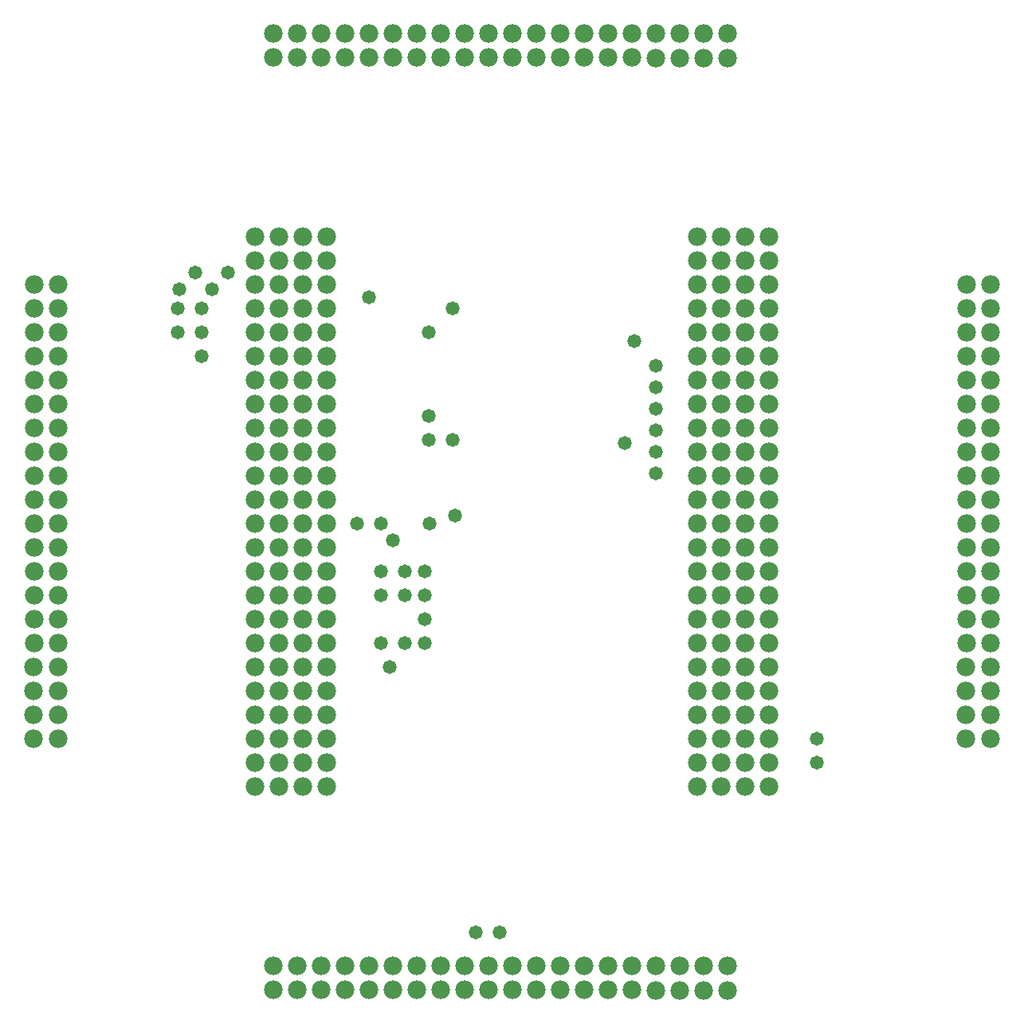
<source format=gts>
%FSLAX25Y25*%
%MOIN*%
G70*
G01*
G75*
G04 Layer_Color=8388736*
%ADD10C,0.00800*%
%ADD11C,0.07000*%
%ADD12C,0.05000*%
%ADD13C,0.01000*%
%ADD14C,0.07800*%
%ADD15C,0.05800*%
D14*
X230000Y50000D02*
D03*
Y60000D02*
D03*
X240000D02*
D03*
Y50000D02*
D03*
X260000D02*
D03*
Y60000D02*
D03*
X250000D02*
D03*
Y50000D02*
D03*
X290000D02*
D03*
Y60000D02*
D03*
X300000D02*
D03*
Y50000D02*
D03*
X280000D02*
D03*
Y60000D02*
D03*
X270000D02*
D03*
Y50000D02*
D03*
X190000D02*
D03*
Y60000D02*
D03*
X200000D02*
D03*
Y50000D02*
D03*
X220000D02*
D03*
Y60000D02*
D03*
X210000D02*
D03*
Y50000D02*
D03*
X170000D02*
D03*
Y60000D02*
D03*
X180000D02*
D03*
Y50000D02*
D03*
X160000D02*
D03*
Y60000D02*
D03*
X150000D02*
D03*
Y50000D02*
D03*
X330000Y49916D02*
D03*
Y60000D02*
D03*
X340000D02*
D03*
Y49916D02*
D03*
X320000D02*
D03*
Y60000D02*
D03*
X310000D02*
D03*
Y49916D02*
D03*
X230000Y440000D02*
D03*
Y450000D02*
D03*
X240000D02*
D03*
Y440000D02*
D03*
X260000D02*
D03*
Y450000D02*
D03*
X250000D02*
D03*
Y440000D02*
D03*
X290000D02*
D03*
Y450000D02*
D03*
X300000D02*
D03*
Y440000D02*
D03*
X280000D02*
D03*
Y450000D02*
D03*
X270000D02*
D03*
Y440000D02*
D03*
X190000D02*
D03*
Y450000D02*
D03*
X200000D02*
D03*
Y440000D02*
D03*
X220000D02*
D03*
Y450000D02*
D03*
X210000D02*
D03*
Y440000D02*
D03*
X170000D02*
D03*
Y450000D02*
D03*
X180000D02*
D03*
Y440000D02*
D03*
X160000D02*
D03*
Y450000D02*
D03*
X150000D02*
D03*
Y440000D02*
D03*
X330000Y439917D02*
D03*
Y450000D02*
D03*
X340000D02*
D03*
Y439917D02*
D03*
X320000D02*
D03*
Y450000D02*
D03*
X310000D02*
D03*
Y439917D02*
D03*
X440000Y265000D02*
D03*
X450000D02*
D03*
Y255000D02*
D03*
X440000D02*
D03*
Y235000D02*
D03*
X450000D02*
D03*
Y245000D02*
D03*
X440000D02*
D03*
Y205000D02*
D03*
X450000D02*
D03*
Y195000D02*
D03*
X440000D02*
D03*
Y215000D02*
D03*
X450000D02*
D03*
Y225000D02*
D03*
X440000D02*
D03*
Y305000D02*
D03*
X450000D02*
D03*
Y295000D02*
D03*
X440000D02*
D03*
Y275000D02*
D03*
X450000D02*
D03*
Y285000D02*
D03*
X440000D02*
D03*
Y325000D02*
D03*
X450000D02*
D03*
Y315000D02*
D03*
X440000D02*
D03*
Y335000D02*
D03*
X450000D02*
D03*
Y345000D02*
D03*
X440000D02*
D03*
X439917Y165000D02*
D03*
X450000D02*
D03*
Y155000D02*
D03*
X439917D02*
D03*
Y175000D02*
D03*
X450000D02*
D03*
Y185000D02*
D03*
X439917D02*
D03*
X50000Y265000D02*
D03*
X60000D02*
D03*
Y255000D02*
D03*
X50000D02*
D03*
Y235000D02*
D03*
X60000D02*
D03*
Y245000D02*
D03*
X50000D02*
D03*
Y205000D02*
D03*
X60000D02*
D03*
Y195000D02*
D03*
X50000D02*
D03*
Y215000D02*
D03*
X60000D02*
D03*
Y225000D02*
D03*
X50000D02*
D03*
Y305000D02*
D03*
X60000D02*
D03*
Y295000D02*
D03*
X50000D02*
D03*
Y275000D02*
D03*
X60000D02*
D03*
Y285000D02*
D03*
X50000D02*
D03*
Y325000D02*
D03*
X60000D02*
D03*
Y315000D02*
D03*
X50000D02*
D03*
Y335000D02*
D03*
X60000D02*
D03*
Y345000D02*
D03*
X50000D02*
D03*
X49916Y165000D02*
D03*
X60000D02*
D03*
Y155000D02*
D03*
X49916D02*
D03*
Y175000D02*
D03*
X60000D02*
D03*
Y185000D02*
D03*
X49916D02*
D03*
X337500Y215000D02*
D03*
X327500D02*
D03*
Y225000D02*
D03*
X337500D02*
D03*
Y245000D02*
D03*
X327500D02*
D03*
Y235000D02*
D03*
X337500D02*
D03*
Y275000D02*
D03*
X327500D02*
D03*
Y285000D02*
D03*
X337500D02*
D03*
Y265000D02*
D03*
X327500D02*
D03*
Y255000D02*
D03*
X337500D02*
D03*
Y175000D02*
D03*
X327500D02*
D03*
X327500Y185000D02*
D03*
X337500D02*
D03*
Y205000D02*
D03*
X327500D02*
D03*
X327500Y195000D02*
D03*
X337500D02*
D03*
Y155000D02*
D03*
X327500D02*
D03*
X327500Y165000D02*
D03*
X337500D02*
D03*
Y145000D02*
D03*
X327500D02*
D03*
X327500Y135000D02*
D03*
X337500D02*
D03*
Y335000D02*
D03*
X327500D02*
D03*
Y345000D02*
D03*
X337500D02*
D03*
Y365000D02*
D03*
X327500D02*
D03*
Y355000D02*
D03*
X337500D02*
D03*
Y315000D02*
D03*
X327500D02*
D03*
Y325000D02*
D03*
X337500D02*
D03*
Y305000D02*
D03*
X327500D02*
D03*
Y295000D02*
D03*
X337500D02*
D03*
X152500Y215000D02*
D03*
X142500D02*
D03*
Y225000D02*
D03*
X152500D02*
D03*
Y245000D02*
D03*
X142500D02*
D03*
Y235000D02*
D03*
X152500D02*
D03*
Y275000D02*
D03*
X142500D02*
D03*
Y285000D02*
D03*
X152500D02*
D03*
Y265000D02*
D03*
X142500D02*
D03*
Y255000D02*
D03*
X152500D02*
D03*
Y175000D02*
D03*
X142500D02*
D03*
X142500Y185000D02*
D03*
X152500D02*
D03*
Y205000D02*
D03*
X142500D02*
D03*
X142500Y195000D02*
D03*
X152500D02*
D03*
Y155000D02*
D03*
X142500D02*
D03*
X142500Y165000D02*
D03*
X152500D02*
D03*
Y145000D02*
D03*
X142500D02*
D03*
X142500Y135000D02*
D03*
X152500D02*
D03*
Y335000D02*
D03*
X142500D02*
D03*
Y345000D02*
D03*
X152500D02*
D03*
Y365000D02*
D03*
X142500D02*
D03*
Y355000D02*
D03*
X152500D02*
D03*
Y315000D02*
D03*
X142500D02*
D03*
Y325000D02*
D03*
X152500D02*
D03*
Y305000D02*
D03*
X142500D02*
D03*
Y295000D02*
D03*
X152500D02*
D03*
X357500D02*
D03*
X347500D02*
D03*
Y305000D02*
D03*
X357500D02*
D03*
Y325000D02*
D03*
X347500D02*
D03*
Y315000D02*
D03*
X357500D02*
D03*
Y355000D02*
D03*
X347500D02*
D03*
Y365000D02*
D03*
X357500D02*
D03*
Y345000D02*
D03*
X347500D02*
D03*
Y335000D02*
D03*
X357500D02*
D03*
Y135000D02*
D03*
X347500D02*
D03*
X347500Y145000D02*
D03*
X357500D02*
D03*
Y165000D02*
D03*
X347500D02*
D03*
X347500Y155000D02*
D03*
X357500D02*
D03*
Y195000D02*
D03*
X347500D02*
D03*
X347500Y205000D02*
D03*
X357500D02*
D03*
Y185000D02*
D03*
X347500D02*
D03*
X347500Y175000D02*
D03*
X357500D02*
D03*
Y255000D02*
D03*
X347500D02*
D03*
Y265000D02*
D03*
X357500D02*
D03*
Y285000D02*
D03*
X347500D02*
D03*
Y275000D02*
D03*
X357500D02*
D03*
Y235000D02*
D03*
X347500D02*
D03*
Y245000D02*
D03*
X357500D02*
D03*
Y225000D02*
D03*
X347500D02*
D03*
Y215000D02*
D03*
X357500D02*
D03*
X172500Y295000D02*
D03*
X162500D02*
D03*
Y305000D02*
D03*
X172500D02*
D03*
Y325000D02*
D03*
X162500D02*
D03*
Y315000D02*
D03*
X172500D02*
D03*
Y355000D02*
D03*
X162500D02*
D03*
Y365000D02*
D03*
X172500D02*
D03*
Y345000D02*
D03*
X162500D02*
D03*
Y335000D02*
D03*
X172500D02*
D03*
Y135000D02*
D03*
X162500D02*
D03*
X162500Y145000D02*
D03*
X172500D02*
D03*
Y165000D02*
D03*
X162500D02*
D03*
X162500Y155000D02*
D03*
X172500D02*
D03*
Y195000D02*
D03*
X162500D02*
D03*
X162500Y205000D02*
D03*
X172500D02*
D03*
Y185000D02*
D03*
X162500D02*
D03*
X162500Y175000D02*
D03*
X172500D02*
D03*
X162500Y255000D02*
D03*
Y265000D02*
D03*
X172500D02*
D03*
Y285000D02*
D03*
X162500D02*
D03*
Y275000D02*
D03*
X172500D02*
D03*
Y235000D02*
D03*
X162500D02*
D03*
Y245000D02*
D03*
X172500D02*
D03*
Y225000D02*
D03*
X162500D02*
D03*
Y215000D02*
D03*
X172500D02*
D03*
Y255000D02*
D03*
D15*
X377500Y145000D02*
D03*
Y155000D02*
D03*
X244800Y74000D02*
D03*
X297300Y278900D02*
D03*
X310000Y266000D02*
D03*
Y275000D02*
D03*
Y284000D02*
D03*
Y293000D02*
D03*
X301000Y321500D02*
D03*
X310000Y302000D02*
D03*
Y311000D02*
D03*
X120000Y315000D02*
D03*
X124500Y343100D02*
D03*
X110800D02*
D03*
X117500Y350000D02*
D03*
X131200D02*
D03*
X120000Y335000D02*
D03*
X110000D02*
D03*
Y325000D02*
D03*
X120000D02*
D03*
X195000Y195000D02*
D03*
X205000D02*
D03*
X213500D02*
D03*
Y205000D02*
D03*
Y215000D02*
D03*
X205000D02*
D03*
X195000D02*
D03*
X213500Y225000D02*
D03*
X195000Y245000D02*
D03*
X205000Y225000D02*
D03*
X195000D02*
D03*
X215500Y245000D02*
D03*
X198800Y185200D02*
D03*
X200000Y238000D02*
D03*
X185000Y245000D02*
D03*
X226000Y248400D02*
D03*
X215000Y280000D02*
D03*
X225000D02*
D03*
Y335000D02*
D03*
X215000Y290000D02*
D03*
Y325100D02*
D03*
X190200Y339800D02*
D03*
X234800Y74000D02*
D03*
M02*

</source>
